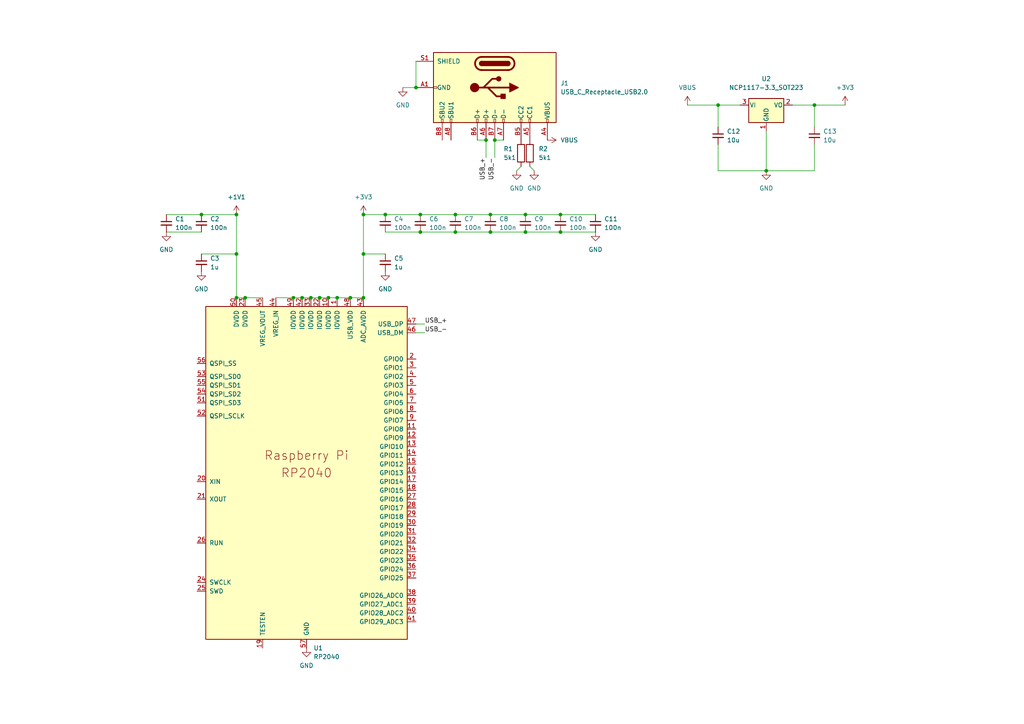
<source format=kicad_sch>
(kicad_sch (version 20211123) (generator eeschema)
  (paper "A4")
  (lib_symbols
    (symbol "Connector:USB_C_Receptacle_USB2.0" (pin_names (offset 1.016))
      (property "Reference" "J" (at -10.16 19.05 0))
      (property "Value" "USB_C_Receptacle_USB2.0" (at 19.05 19.05 0))
      (symbol "USB_C_Receptacle_USB2.0_0_0"
        (rectangle (start -0.254 -17.78) (end 0.254 -16.764))
        (rectangle (start 10.16 -14.986) (end 9.144 -15.494))
        (rectangle (start 10.16 -12.446) (end 9.144 -12.954))
        (rectangle (start 10.16 -4.826) (end 9.144 -5.334))
        (rectangle (start 10.16 -2.286) (end 9.144 -2.794))
        (rectangle (start 10.16 0.254) (end 9.144 -0.254))
        (rectangle (start 10.16 2.794) (end 9.144 2.286))
        (rectangle (start 10.16 7.874) (end 9.144 7.366))
        (rectangle (start 10.16 10.414) (end 9.144 9.906))
        (rectangle (start 10.16 15.494) (end 9.144 14.986))
      )
      (symbol "USB_C_Receptacle_USB2.0_0_1"
        (rectangle (start -10.16 17.78) (end 10.16 -17.78) (stroke (width 0.254)) (fill (type background)))
        (arc (start -8.89 -3.81) (mid -6.985 -5.715) (end -5.08 -3.81) (stroke (width 0.508)))
        (arc (start -7.62 -3.81) (mid -6.985 -4.445) (end -6.35 -3.81) (stroke (width 0.254)))
        (arc (start -7.62 -3.81) (mid -6.985 -4.445) (end -6.35 -3.81) (stroke (width 0.254)) (fill (type outline)))
        (rectangle (start -7.62 -3.81) (end -6.35 3.81) (stroke (width 0.254)) (fill (type outline)))
        (arc (start -6.35 3.81) (mid -6.985 4.445) (end -7.62 3.81) (stroke (width 0.254)))
        (arc (start -6.35 3.81) (mid -6.985 4.445) (end -7.62 3.81) (stroke (width 0.254)) (fill (type outline)))
        (arc (start -5.08 3.81) (mid -6.985 5.715) (end -8.89 3.81) (stroke (width 0.508)))
        (circle (center -2.54 1.143) (radius 0.635) (stroke (width 0.254)) (fill (type outline)))
        (circle (center 0 -5.842) (radius 1.27) (fill (type outline)))
        (polyline (pts (xy -8.89 -3.81) (xy -8.89 3.81)) (stroke (width 0.508)))
        (polyline (pts (xy -5.08 3.81) (xy -5.08 -3.81)) (stroke (width 0.508)))
        (polyline (pts (xy 0 -5.842) (xy 0 4.318)) (stroke (width 0.508)))
        (polyline (pts (xy 0 -3.302) (xy -2.54 -0.762) (xy -2.54 0.508)) (stroke (width 0.508)))
        (polyline (pts (xy 0 -2.032) (xy 2.54 0.508) (xy 2.54 1.778)) (stroke (width 0.508)))
        (polyline (pts (xy -1.27 4.318) (xy 0 6.858) (xy 1.27 4.318) (xy -1.27 4.318)) (stroke (width 0.254)) (fill (type outline)))
        (rectangle (start 1.905 1.778) (end 3.175 3.048) (stroke (width 0.254)) (fill (type outline)))
      )
      (symbol "USB_C_Receptacle_USB2.0_1_1"
        (pin passive line (at 0 -22.86 90) (length 5.08) (name "GND") (number "A1"))
        (pin passive line (at 0 -22.86 90) (length 5.08) hide (name "GND") (number "A12"))
        (pin passive line (at 15.24 15.24 180) (length 5.08) (name "VBUS") (number "A4"))
        (pin bidirectional line (at 15.24 10.16 180) (length 5.08) (name "CC1") (number "A5"))
        (pin bidirectional line (at 15.24 -2.54 180) (length 5.08) (name "D+") (number "A6"))
        (pin bidirectional line (at 15.24 2.54 180) (length 5.08) (name "D-") (number "A7"))
        (pin bidirectional line (at 15.24 -12.7 180) (length 5.08) (name "SBU1") (number "A8"))
        (pin passive line (at 15.24 15.24 180) (length 5.08) hide (name "VBUS") (number "A9"))
        (pin passive line (at 0 -22.86 90) (length 5.08) hide (name "GND") (number "B1"))
        (pin passive line (at 0 -22.86 90) (length 5.08) hide (name "GND") (number "B12"))
        (pin passive line (at 15.24 15.24 180) (length 5.08) hide (name "VBUS") (number "B4"))
        (pin bidirectional line (at 15.24 7.62 180) (length 5.08) (name "CC2") (number "B5"))
        (pin bidirectional line (at 15.24 -5.08 180) (length 5.08) (name "D+") (number "B6"))
        (pin bidirectional line (at 15.24 0 180) (length 5.08) (name "D-") (number "B7"))
        (pin bidirectional line (at 15.24 -15.24 180) (length 5.08) (name "SBU2") (number "B8"))
        (pin passive line (at 15.24 15.24 180) (length 5.08) hide (name "VBUS") (number "B9"))
        (pin passive line (at -7.62 -22.86 90) (length 5.08) (name "SHIELD") (number "S1"))
      )
    )
    (symbol "Device:C_Small" (pin_numbers hide) (pin_names (offset 0.254) hide)
      (property "Reference" "C" (at 0.254 1.778 0))
      (property "Value" "C_Small" (at 0.254 -2.032 0))
      (symbol "C_Small_0_1"
        (polyline (pts (xy -1.524 -0.508) (xy 1.524 -0.508)) (stroke (width 0.3302)))
        (polyline (pts (xy -1.524 0.508) (xy 1.524 0.508)) (stroke (width 0.3048)))
      )
      (symbol "C_Small_1_1"
        (pin passive line (at 0 2.54 270) (length 2.032) (name "~") (number "1"))
        (pin passive line (at 0 -2.54 90) (length 2.032) (name "~") (number "2"))
      )
    )
    (symbol "Device:R" (pin_numbers hide) (pin_names (offset 0))
      (property "Reference" "R" (at 2.032 0 90))
      (property "Value" "R" (at 0 0 90))
      (symbol "R_0_1"
        (rectangle (start -1.016 -2.54) (end 1.016 2.54) (stroke (width 0.254)))
      )
      (symbol "R_1_1"
        (pin passive line (at 0 3.81 270) (length 1.27) (name "~") (number "1"))
        (pin passive line (at 0 -3.81 90) (length 1.27) (name "~") (number "2"))
      )
    )
    (symbol "Regulator_Linear:NCP1117-3.3_SOT223" (pin_names (offset 0.254))
      (property "Reference" "U" (at -3.81 3.175 0))
      (property "Value" "NCP1117-3.3_SOT223" (at 0 3.175 0))
      (symbol "NCP1117-3.3_SOT223_0_1"
        (rectangle (start -5.08 -5.08) (end 5.08 1.905) (stroke (width 0.254)) (fill (type background)))
      )
      (symbol "NCP1117-3.3_SOT223_1_1"
        (pin power_in line (at 0 -7.62 90) (length 2.54) (name "GND") (number "1"))
        (pin power_out line (at 7.62 0 180) (length 2.54) (name "VO") (number "2"))
        (pin power_in line (at -7.62 0 0) (length 2.54) (name "VI") (number "3"))
      )
    )
    (symbol "kicad-rp2040:RP2040" (pin_names (offset 1.016))
      (property "Reference" "U" (at -29.21 49.53 0))
      (property "Value" "RP2040" (at 24.13 -49.53 0))
      (symbol "RP2040_0_0"
        (text "Raspberry Pi" (at 0 5.08 0) (effects (font (size 2.54 2.54))))
        (text "RP2040" (at 0 0 0) (effects (font (size 2.54 2.54))))
      )
      (symbol "RP2040_0_1"
        (rectangle (start 29.21 48.26) (end -29.21 -48.26) (stroke (width 0.254)) (fill (type background)))
      )
      (symbol "RP2040_1_1"
        (pin power_in line (at 8.89 50.8 270) (length 2.54) (name "IOVDD") (number "1"))
        (pin power_in line (at 6.35 50.8 270) (length 2.54) (name "IOVDD") (number "10"))
        (pin bidirectional line (at 31.75 12.7 180) (length 2.54) (name "GPIO8") (number "11"))
        (pin bidirectional line (at 31.75 10.16 180) (length 2.54) (name "GPIO9") (number "12"))
        (pin bidirectional line (at 31.75 7.62 180) (length 2.54) (name "GPIO10") (number "13"))
        (pin bidirectional line (at 31.75 5.08 180) (length 2.54) (name "GPIO11") (number "14"))
        (pin bidirectional line (at 31.75 2.54 180) (length 2.54) (name "GPIO12") (number "15"))
        (pin bidirectional line (at 31.75 0 180) (length 2.54) (name "GPIO13") (number "16"))
        (pin bidirectional line (at 31.75 -2.54 180) (length 2.54) (name "GPIO14") (number "17"))
        (pin bidirectional line (at 31.75 -5.08 180) (length 2.54) (name "GPIO15") (number "18"))
        (pin passive line (at -12.7 -50.8 90) (length 2.54) (name "TESTEN") (number "19"))
        (pin bidirectional line (at 31.75 33.02 180) (length 2.54) (name "GPIO0") (number "2"))
        (pin input line (at -31.75 -2.54 0) (length 2.54) (name "XIN") (number "20"))
        (pin passive line (at -31.75 -7.62 0) (length 2.54) (name "XOUT") (number "21"))
        (pin power_in line (at 3.81 50.8 270) (length 2.54) (name "IOVDD") (number "22"))
        (pin power_in line (at -17.78 50.8 270) (length 2.54) (name "DVDD") (number "23"))
        (pin output line (at -31.75 -31.75 0) (length 2.54) (name "SWCLK") (number "24"))
        (pin bidirectional line (at -31.75 -34.29 0) (length 2.54) (name "SWD") (number "25"))
        (pin input line (at -31.75 -20.32 0) (length 2.54) (name "RUN") (number "26"))
        (pin bidirectional line (at 31.75 -7.62 180) (length 2.54) (name "GPIO16") (number "27"))
        (pin bidirectional line (at 31.75 -10.16 180) (length 2.54) (name "GPIO17") (number "28"))
        (pin bidirectional line (at 31.75 -12.7 180) (length 2.54) (name "GPIO18") (number "29"))
        (pin bidirectional line (at 31.75 30.48 180) (length 2.54) (name "GPIO1") (number "3"))
        (pin bidirectional line (at 31.75 -15.24 180) (length 2.54) (name "GPIO19") (number "30"))
        (pin bidirectional line (at 31.75 -17.78 180) (length 2.54) (name "GPIO20") (number "31"))
        (pin bidirectional line (at 31.75 -20.32 180) (length 2.54) (name "GPIO21") (number "32"))
        (pin power_in line (at 1.27 50.8 270) (length 2.54) (name "IOVDD") (number "33"))
        (pin bidirectional line (at 31.75 -22.86 180) (length 2.54) (name "GPIO22") (number "34"))
        (pin bidirectional line (at 31.75 -25.4 180) (length 2.54) (name "GPIO23") (number "35"))
        (pin bidirectional line (at 31.75 -27.94 180) (length 2.54) (name "GPIO24") (number "36"))
        (pin bidirectional line (at 31.75 -30.48 180) (length 2.54) (name "GPIO25") (number "37"))
        (pin bidirectional line (at 31.75 -35.56 180) (length 2.54) (name "GPIO26_ADC0") (number "38"))
        (pin bidirectional line (at 31.75 -38.1 180) (length 2.54) (name "GPIO27_ADC1") (number "39"))
        (pin bidirectional line (at 31.75 27.94 180) (length 2.54) (name "GPIO2") (number "4"))
        (pin bidirectional line (at 31.75 -40.64 180) (length 2.54) (name "GPIO28_ADC2") (number "40"))
        (pin bidirectional line (at 31.75 -43.18 180) (length 2.54) (name "GPIO29_ADC3") (number "41"))
        (pin power_in line (at -1.27 50.8 270) (length 2.54) (name "IOVDD") (number "42"))
        (pin power_in line (at 16.51 50.8 270) (length 2.54) (name "ADC_AVDD") (number "43"))
        (pin power_in line (at -8.89 50.8 270) (length 2.54) (name "VREG_IN") (number "44"))
        (pin power_out line (at -12.7 50.8 270) (length 2.54) (name "VREG_VOUT") (number "45"))
        (pin bidirectional line (at 31.75 40.64 180) (length 2.54) (name "USB_DM") (number "46"))
        (pin bidirectional line (at 31.75 43.18 180) (length 2.54) (name "USB_DP") (number "47"))
        (pin power_in line (at 12.7 50.8 270) (length 2.54) (name "USB_VDD") (number "48"))
        (pin power_in line (at -3.81 50.8 270) (length 2.54) (name "IOVDD") (number "49"))
        (pin bidirectional line (at 31.75 25.4 180) (length 2.54) (name "GPIO3") (number "5"))
        (pin power_in line (at -20.32 50.8 270) (length 2.54) (name "DVDD") (number "50"))
        (pin bidirectional line (at -31.75 20.32 0) (length 2.54) (name "QSPI_SD3") (number "51"))
        (pin output line (at -31.75 16.51 0) (length 2.54) (name "QSPI_SCLK") (number "52"))
        (pin bidirectional line (at -31.75 27.94 0) (length 2.54) (name "QSPI_SD0") (number "53"))
        (pin bidirectional line (at -31.75 22.86 0) (length 2.54) (name "QSPI_SD2") (number "54"))
        (pin bidirectional line (at -31.75 25.4 0) (length 2.54) (name "QSPI_SD1") (number "55"))
        (pin bidirectional line (at -31.75 31.75 0) (length 2.54) (name "QSPI_SS") (number "56"))
        (pin power_in line (at 0 -50.8 90) (length 2.54) (name "GND") (number "57"))
        (pin bidirectional line (at 31.75 22.86 180) (length 2.54) (name "GPIO4") (number "6"))
        (pin bidirectional line (at 31.75 20.32 180) (length 2.54) (name "GPIO5") (number "7"))
        (pin bidirectional line (at 31.75 17.78 180) (length 2.54) (name "GPIO6") (number "8"))
        (pin bidirectional line (at 31.75 15.24 180) (length 2.54) (name "GPIO7") (number "9"))
      )
    )
    (symbol "power:+1V1" (power) (pin_names (offset 0))
      (property "Value" "+1V1" (at 0 3.556 0))
      (symbol "+1V1_0_1"
        (polyline (pts (xy -0.762 1.27) (xy 0 2.54)))
        (polyline (pts (xy 0 0) (xy 0 2.54)))
        (polyline (pts (xy 0 2.54) (xy 0.762 1.27)))
      )
      (symbol "+1V1_1_1"
        (pin power_in line (at 0 0 90) (length 0) hide (name "+1V1") (number "1"))
      )
    )
    (symbol "power:+3V3" (power) (pin_names (offset 0))
      (property "Value" "+3V3" (at 0 3.556 0))
      (symbol "+3V3_0_1"
        (polyline (pts (xy -0.762 1.27) (xy 0 2.54)))
        (polyline (pts (xy 0 0) (xy 0 2.54)))
        (polyline (pts (xy 0 2.54) (xy 0.762 1.27)))
      )
      (symbol "+3V3_1_1"
        (pin power_in line (at 0 0 90) (length 0) hide (name "+3V3") (number "1"))
      )
    )
    (symbol "power:GND" (power) (pin_names (offset 0))
      (property "Value" "GND" (at 0 -3.81 0))
      (symbol "GND_0_1"
        (polyline (pts (xy 0 0) (xy 0 -1.27) (xy 1.27 -1.27) (xy 0 -2.54) (xy -1.27 -1.27) (xy 0 -1.27)))
      )
      (symbol "GND_1_1"
        (pin power_in line (at 0 0 270) (length 0) hide (name "GND") (number "1"))
      )
    )
    (symbol "power:VBUS" (power) (pin_names (offset 0))
      (property "Value" "VBUS" (at 0 3.81 0))
      (symbol "VBUS_0_1"
        (polyline (pts (xy -0.762 1.27) (xy 0 2.54)))
        (polyline (pts (xy 0 0) (xy 0 2.54)))
        (polyline (pts (xy 0 2.54) (xy 0.762 1.27)))
      )
      (symbol "VBUS_1_1"
        (pin power_in line (at 0 0 90) (length 0) hide (name "VBUS") (number "1"))
      )
    )
  )
  (junction (at 68.58 62.23))
  (junction (at 92.71 86.36))
  (junction (at 121.92 62.23))
  (junction (at 87.63 86.36))
  (junction (at 152.4 62.23))
  (junction (at 105.41 73.66))
  (junction (at 132.08 62.23))
  (junction (at 121.92 67.31))
  (junction (at 58.42 62.23))
  (junction (at 71.12 86.36))
  (junction (at 68.58 86.36))
  (junction (at 132.08 67.31))
  (junction (at 101.6 86.36))
  (junction (at 85.09 86.36))
  (junction (at 105.41 62.23))
  (junction (at 97.79 86.36))
  (junction (at 142.24 67.31))
  (junction (at 140.97 40.64))
  (junction (at 90.17 86.36))
  (junction (at 142.24 62.23))
  (junction (at 152.4 67.31))
  (junction (at 236.22 30.48))
  (junction (at 162.56 62.23))
  (junction (at 105.41 86.36))
  (junction (at 162.56 67.31))
  (junction (at 208.28 30.48))
  (junction (at 95.25 86.36))
  (junction (at 143.51 40.64))
  (junction (at 68.58 73.66))
  (junction (at 111.76 62.23))
  (junction (at 120.65 25.4))
  (junction (at 222.25 49.53))
  (wire (pts (xy 48.26 62.23) (xy 58.42 62.23)))
  (wire (pts (xy 87.63 86.36) (xy 90.17 86.36)))
  (wire (pts (xy 162.56 62.23) (xy 172.72 62.23)))
  (wire (pts (xy 152.4 67.31) (xy 162.56 67.31)))
  (wire (pts (xy 120.65 96.52) (xy 123.19 96.52)))
  (wire (pts (xy 101.6 86.36) (xy 105.41 86.36)))
  (wire (pts (xy 236.22 49.53) (xy 222.25 49.53)))
  (wire (pts (xy 111.76 62.23) (xy 121.92 62.23)))
  (wire (pts (xy 149.86 49.53) (xy 151.13 48.26)))
  (wire (pts (xy 71.12 86.36) (xy 76.2 86.36)))
  (wire (pts (xy 105.41 73.66) (xy 111.76 73.66)))
  (wire (pts (xy 68.58 86.36) (xy 71.12 86.36)))
  (wire (pts (xy 199.39 30.48) (xy 208.28 30.48)))
  (wire (pts (xy 58.42 62.23) (xy 68.58 62.23)))
  (wire (pts (xy 222.25 38.1) (xy 222.25 49.53)))
  (wire (pts (xy 236.22 30.48) (xy 245.11 30.48)))
  (wire (pts (xy 121.92 62.23) (xy 132.08 62.23)))
  (wire (pts (xy 85.09 86.36) (xy 87.63 86.36)))
  (wire (pts (xy 208.28 30.48) (xy 208.28 36.83)))
  (wire (pts (xy 208.28 41.91) (xy 208.28 49.53)))
  (wire (pts (xy 132.08 67.31) (xy 142.24 67.31)))
  (wire (pts (xy 80.01 86.36) (xy 85.09 86.36)))
  (wire (pts (xy 229.87 30.48) (xy 236.22 30.48)))
  (wire (pts (xy 105.41 62.23) (xy 111.76 62.23)))
  (wire (pts (xy 58.42 73.66) (xy 68.58 73.66)))
  (wire (pts (xy 236.22 41.91) (xy 236.22 49.53)))
  (wire (pts (xy 120.65 93.98) (xy 123.19 93.98)))
  (wire (pts (xy 132.08 62.23) (xy 142.24 62.23)))
  (wire (pts (xy 208.28 49.53) (xy 222.25 49.53)))
  (wire (pts (xy 142.24 62.23) (xy 152.4 62.23)))
  (wire (pts (xy 92.71 86.36) (xy 95.25 86.36)))
  (wire (pts (xy 97.79 86.36) (xy 101.6 86.36)))
  (wire (pts (xy 90.17 86.36) (xy 92.71 86.36)))
  (wire (pts (xy 120.65 17.78) (xy 120.65 25.4)))
  (wire (pts (xy 208.28 30.48) (xy 214.63 30.48)))
  (wire (pts (xy 143.51 40.64) (xy 146.05 40.64)))
  (wire (pts (xy 140.97 40.64) (xy 140.97 45.72)))
  (wire (pts (xy 105.41 73.66) (xy 105.41 86.36)))
  (wire (pts (xy 154.94 49.53) (xy 153.67 48.26)))
  (wire (pts (xy 95.25 86.36) (xy 97.79 86.36)))
  (wire (pts (xy 105.41 62.23) (xy 105.41 73.66)))
  (wire (pts (xy 121.92 67.31) (xy 132.08 67.31)))
  (wire (pts (xy 236.22 30.48) (xy 236.22 36.83)))
  (wire (pts (xy 162.56 67.31) (xy 172.72 67.31)))
  (wire (pts (xy 48.26 67.31) (xy 58.42 67.31)))
  (wire (pts (xy 68.58 73.66) (xy 68.58 86.36)))
  (wire (pts (xy 142.24 67.31) (xy 152.4 67.31)))
  (wire (pts (xy 143.51 40.64) (xy 143.51 45.72)))
  (wire (pts (xy 116.84 25.4) (xy 120.65 25.4)))
  (wire (pts (xy 152.4 62.23) (xy 162.56 62.23)))
  (wire (pts (xy 68.58 62.23) (xy 68.58 73.66)))
  (wire (pts (xy 111.76 67.31) (xy 121.92 67.31)))
  (wire (pts (xy 138.43 40.64) (xy 140.97 40.64)))
  (label "USB_+" (at 123.19 93.98 0))
  (label "USB_+" (at 140.97 45.72 270))
  (label "USB_-" (at 123.19 96.52 0))
  (label "USB_-" (at 143.51 45.72 270))
  (symbol (lib_id "Device:C_Small") (at 111.76 64.77 0) (unit 1)
    (property "Reference" "C4" (at 114.3 63.5062 0) (effects (justify left)))
    (property "Value" "100n" (at 114.3 66.0462 0) (effects (justify left)))
    (property "Footprint" "Capacitor_SMD:C_0402_1005Metric" (effects hide))
  )
  (symbol (lib_id "power:GND") (at 111.76 78.74 0) (unit 1)
    (property "Reference" "#PWR0110" (effects hide))
    (property "Value" "GND" (at 111.76 83.82 0))
  )
  (symbol (lib_id "Device:C_Small") (at 58.42 64.77 0) (unit 1)
    (property "Reference" "C2" (at 60.96 63.5062 0) (effects (justify left)))
    (property "Value" "100n" (at 60.96 66.0462 0) (effects (justify left)))
    (property "Footprint" "Capacitor_SMD:C_0402_1005Metric" (effects hide))
  )
  (symbol (lib_id "power:GND") (at 172.72 67.31 0) (unit 1)
    (property "Reference" "#PWR0109" (effects hide))
    (property "Value" "GND" (at 172.72 72.39 0))
  )
  (symbol (lib_id "Device:C_Small") (at 152.4 64.77 0) (unit 1)
    (property "Reference" "C9" (at 154.94 63.5062 0) (effects (justify left)))
    (property "Value" "100n" (at 154.94 66.0462 0) (effects (justify left)))
    (property "Footprint" "Capacitor_SMD:C_0402_1005Metric" (effects hide))
  )
  (symbol (lib_id "Device:C_Small") (at 121.92 64.77 0) (unit 1)
    (property "Reference" "C6" (at 124.46 63.5062 0) (effects (justify left)))
    (property "Value" "100n" (at 124.46 66.0462 0) (effects (justify left)))
    (property "Footprint" "Capacitor_SMD:C_0402_1005Metric" (effects hide))
  )
  (symbol (lib_id "Connector:USB_C_Receptacle_USB2.0") (at 143.51 25.4 270) (unit 1)
    (property "Reference" "J1" (at 162.56 24.1299 90) (effects (justify left)))
    (property "Value" "USB_C_Receptacle_USB2.0" (at 162.56 26.6699 90) (effects (justify left)))
    (property "Footprint" "Connector_USB:USB_C_Receptacle_HRO_TYPE-C-31-M-12" (effects hide))
    (property "Datasheet" "https://www.usb.org/sites/default/files/documents/usb_type-c.zip" (effects hide))
  )
  (symbol (lib_id "Regulator_Linear:NCP1117-3.3_SOT223") (at 222.25 30.48 0) (unit 1)
    (property "Reference" "U2" (at 222.25 22.86 0))
    (property "Value" "NCP1117-3.3_SOT223" (at 222.25 25.4 0))
    (property "Footprint" "Package_TO_SOT_SMD:SOT-223-3_TabPin2" (effects hide))
    (property "Datasheet" "http://www.onsemi.com/pub_link/Collateral/NCP1117-D.PDF" (effects hide))
  )
  (symbol (lib_id "Device:R") (at 153.67 44.45 0) (unit 1)
    (property "Reference" "R2" (at 156.21 43.1799 0) (effects (justify left)))
    (property "Value" "5k1" (at 156.21 45.72 0) (effects (justify left)))
    (property "Footprint" "Resistor_SMD:R_0201_0603Metric" (effects hide))
  )
  (symbol (lib_id "power:GND") (at 116.84 25.4 0) (unit 1)
    (property "Reference" "#PWR0101" (effects hide))
    (property "Value" "GND" (at 116.84 30.48 0))
  )
  (symbol (lib_id "Device:C_Small") (at 132.08 64.77 0) (unit 1)
    (property "Reference" "C7" (at 134.62 63.5062 0) (effects (justify left)))
    (property "Value" "100n" (at 134.62 66.0462 0) (effects (justify left)))
    (property "Footprint" "Capacitor_SMD:C_0402_1005Metric" (effects hide))
  )
  (symbol (lib_id "Device:C_Small") (at 58.42 76.2 0) (unit 1)
    (property "Reference" "C3" (at 60.96 74.9362 0) (effects (justify left)))
    (property "Value" "1u" (at 60.96 77.4762 0) (effects (justify left)))
    (property "Footprint" "Capacitor_SMD:C_0402_1005Metric" (effects hide))
  )
  (symbol (lib_id "power:GND") (at 48.26 67.31 0) (unit 1)
    (property "Reference" "#PWR0113" (effects hide))
    (property "Value" "GND" (at 48.26 72.39 0))
  )
  (symbol (lib_id "Device:C_Small") (at 236.22 39.37 0) (unit 1)
    (property "Reference" "C13" (at 238.76 38.1062 0) (effects (justify left)))
    (property "Value" "10u" (at 238.76 40.6462 0) (effects (justify left)))
    (property "Footprint" "Capacitor_SMD:C_0402_1005Metric" (effects hide))
  )
  (symbol (lib_id "Device:C_Small") (at 172.72 64.77 0) (unit 1)
    (property "Reference" "C11" (at 175.26 63.5062 0) (effects (justify left)))
    (property "Value" "100n" (at 175.26 66.0462 0) (effects (justify left)))
    (property "Footprint" "Capacitor_SMD:C_0402_1005Metric" (effects hide))
  )
  (symbol (lib_id "power:GND") (at 154.94 49.53 0) (unit 1)
    (property "Reference" "#PWR0103" (effects hide))
    (property "Value" "GND" (at 154.94 54.61 0))
  )
  (symbol (lib_id "power:+3V3") (at 245.11 30.48 0) (unit 1)
    (property "Reference" "#PWR0107" (effects hide))
    (property "Value" "+3V3" (at 245.11 25.4 0))
  )
  (symbol (lib_id "power:VBUS") (at 199.39 30.48 0) (unit 1)
    (property "Reference" "#PWR0106" (effects hide))
    (property "Value" "VBUS" (at 199.39 25.4 0))
  )
  (symbol (lib_id "kicad-rp2040:RP2040") (at 88.9 137.16 0) (unit 1)
    (property "Reference" "U1" (at 90.9194 187.96 0) (effects (justify left)))
    (property "Value" "RP2040" (at 90.9194 190.5 0) (effects (justify left)))
    (property "Footprint" "kicad-rp2040:RP2040_QFN-56_EP_7x7_Pitch0.4mm_ThermalVias" (effects hide))
    (property "Datasheet" "https://datasheets.raspberrypi.com/rp2040/rp2040-datasheet.pdf" (effects hide))
  )
  (symbol (lib_id "Device:C_Small") (at 111.76 76.2 0) (unit 1)
    (property "Reference" "C5" (at 114.3 74.9362 0) (effects (justify left)))
    (property "Value" "1u" (at 114.3 77.4762 0) (effects (justify left)))
    (property "Footprint" "Capacitor_SMD:C_0402_1005Metric" (effects hide))
  )
  (symbol (lib_id "power:+3V3") (at 105.41 62.23 0) (unit 1)
    (property "Reference" "#PWR0111" (effects hide))
    (property "Value" "+3V3" (at 105.41 57.15 0))
  )
  (symbol (lib_id "Device:C_Small") (at 48.26 64.77 0) (unit 1)
    (property "Reference" "C1" (at 50.8 63.5062 0) (effects (justify left)))
    (property "Value" "100n" (at 50.8 66.0462 0) (effects (justify left)))
    (property "Footprint" "Capacitor_SMD:C_0402_1005Metric" (effects hide))
  )
  (symbol (lib_id "power:VBUS") (at 158.75 40.64 270) (unit 1)
    (property "Reference" "#PWR0105" (effects hide))
    (property "Value" "VBUS" (at 162.56 40.6399 90) (effects (justify left)))
  )
  (symbol (lib_id "Device:R") (at 151.13 44.45 0) (unit 1)
    (property "Reference" "R1" (at 146.05 43.18 0) (effects (justify left)))
    (property "Value" "5k1" (at 146.05 45.72 0) (effects (justify left)))
    (property "Footprint" "Resistor_SMD:R_0201_0603Metric" (effects hide))
  )
  (symbol (lib_id "power:GND") (at 222.25 49.53 0) (unit 1)
    (property "Reference" "#PWR0108" (effects hide))
    (property "Value" "GND" (at 222.25 54.61 0))
  )
  (symbol (lib_id "power:+1V1") (at 68.58 62.23 0) (unit 1)
    (property "Reference" "#PWR0112" (effects hide))
    (property "Value" "+1V1" (at 68.58 57.15 0))
  )
  (symbol (lib_id "power:GND") (at 88.9 187.96 0) (unit 1)
    (property "Reference" "#PWR0104" (effects hide))
    (property "Value" "GND" (at 88.9 193.04 0))
  )
  (symbol (lib_id "Device:C_Small") (at 208.28 39.37 0) (unit 1)
    (property "Reference" "C12" (at 210.82 38.1062 0) (effects (justify left)))
    (property "Value" "10u" (at 210.82 40.6462 0) (effects (justify left)))
    (property "Footprint" "Capacitor_SMD:C_0402_1005Metric" (effects hide))
  )
  (symbol (lib_id "power:GND") (at 149.86 49.53 0) (unit 1)
    (property "Reference" "#PWR0102" (effects hide))
    (property "Value" "GND" (at 149.86 54.61 0))
  )
  (symbol (lib_id "Device:C_Small") (at 142.24 64.77 0) (unit 1)
    (property "Reference" "C8" (at 144.78 63.5062 0) (effects (justify left)))
    (property "Value" "100n" (at 144.78 66.0462 0) (effects (justify left)))
    (property "Footprint" "Capacitor_SMD:C_0402_1005Metric" (effects hide))
  )
  (symbol (lib_id "Device:C_Small") (at 162.56 64.77 0) (unit 1)
    (property "Reference" "C10" (at 165.1 63.5062 0) (effects (justify left)))
    (property "Value" "100n" (at 165.1 66.0462 0) (effects (justify left)))
    (property "Footprint" "Capacitor_SMD:C_0402_1005Metric" (effects hide))
  )
  (symbol (lib_id "power:GND") (at 58.42 78.74 0) (unit 1)
    (property "Reference" "#PWR0114" (effects hide))
    (property "Value" "GND" (at 58.42 83.82 0))
  )
)
</source>
